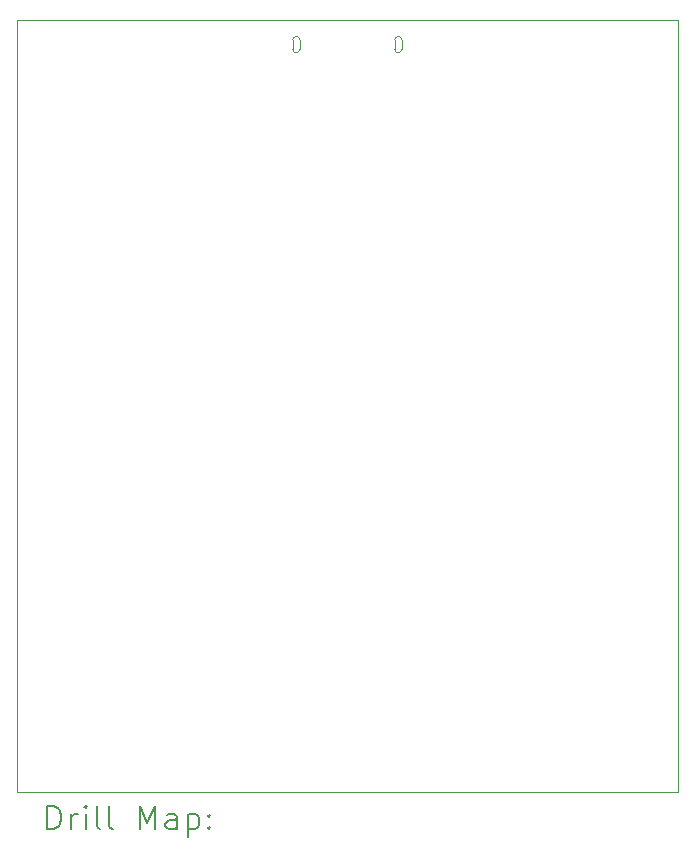
<source format=gbr>
%TF.GenerationSoftware,KiCad,Pcbnew,7.0.11*%
%TF.CreationDate,2024-12-23T17:17:58+01:00*%
%TF.ProjectId,Aviator_Controller,41766961-746f-4725-9f43-6f6e74726f6c,rev?*%
%TF.SameCoordinates,Original*%
%TF.FileFunction,Drillmap*%
%TF.FilePolarity,Positive*%
%FSLAX45Y45*%
G04 Gerber Fmt 4.5, Leading zero omitted, Abs format (unit mm)*
G04 Created by KiCad (PCBNEW 7.0.11) date 2024-12-23 17:17:58*
%MOMM*%
%LPD*%
G01*
G04 APERTURE LIST*
%ADD10C,0.050000*%
%ADD11C,0.010000*%
%ADD12C,0.200000*%
G04 APERTURE END LIST*
D10*
X12301600Y-4693920D02*
X17899000Y-4693920D01*
X17899000Y-11231880D01*
X12301600Y-11231880D01*
X12301600Y-4693920D01*
D11*
X15562000Y-4860000D02*
X15562000Y-4940000D01*
X15502000Y-4940000D02*
X15502000Y-4860000D01*
X14698000Y-4860000D02*
X14698000Y-4940000D01*
X14638000Y-4940000D02*
X14638000Y-4860000D01*
X15532000Y-4970000D02*
G75*
G03*
X15562000Y-4940000I0J30000D01*
G01*
X15502000Y-4940000D02*
G75*
G03*
X15532000Y-4970000I30000J0D01*
G01*
X15562000Y-4860000D02*
G75*
G03*
X15532000Y-4830000I-30000J0D01*
G01*
X15532000Y-4830000D02*
G75*
G03*
X15502000Y-4860000I0J-30000D01*
G01*
X14668000Y-4970000D02*
G75*
G03*
X14698000Y-4940000I0J30000D01*
G01*
X14638000Y-4940000D02*
G75*
G03*
X14668000Y-4970000I30000J0D01*
G01*
X14698000Y-4860000D02*
G75*
G03*
X14668000Y-4830000I-30000J0D01*
G01*
X14668000Y-4830000D02*
G75*
G03*
X14638000Y-4860000I0J-30000D01*
G01*
D12*
X12559877Y-11545864D02*
X12559877Y-11345864D01*
X12559877Y-11345864D02*
X12607496Y-11345864D01*
X12607496Y-11345864D02*
X12636067Y-11355388D01*
X12636067Y-11355388D02*
X12655115Y-11374435D01*
X12655115Y-11374435D02*
X12664639Y-11393483D01*
X12664639Y-11393483D02*
X12674162Y-11431578D01*
X12674162Y-11431578D02*
X12674162Y-11460149D01*
X12674162Y-11460149D02*
X12664639Y-11498245D01*
X12664639Y-11498245D02*
X12655115Y-11517292D01*
X12655115Y-11517292D02*
X12636067Y-11536340D01*
X12636067Y-11536340D02*
X12607496Y-11545864D01*
X12607496Y-11545864D02*
X12559877Y-11545864D01*
X12759877Y-11545864D02*
X12759877Y-11412530D01*
X12759877Y-11450626D02*
X12769401Y-11431578D01*
X12769401Y-11431578D02*
X12778924Y-11422054D01*
X12778924Y-11422054D02*
X12797972Y-11412530D01*
X12797972Y-11412530D02*
X12817020Y-11412530D01*
X12883686Y-11545864D02*
X12883686Y-11412530D01*
X12883686Y-11345864D02*
X12874162Y-11355388D01*
X12874162Y-11355388D02*
X12883686Y-11364911D01*
X12883686Y-11364911D02*
X12893210Y-11355388D01*
X12893210Y-11355388D02*
X12883686Y-11345864D01*
X12883686Y-11345864D02*
X12883686Y-11364911D01*
X13007496Y-11545864D02*
X12988448Y-11536340D01*
X12988448Y-11536340D02*
X12978924Y-11517292D01*
X12978924Y-11517292D02*
X12978924Y-11345864D01*
X13112258Y-11545864D02*
X13093210Y-11536340D01*
X13093210Y-11536340D02*
X13083686Y-11517292D01*
X13083686Y-11517292D02*
X13083686Y-11345864D01*
X13340829Y-11545864D02*
X13340829Y-11345864D01*
X13340829Y-11345864D02*
X13407496Y-11488721D01*
X13407496Y-11488721D02*
X13474162Y-11345864D01*
X13474162Y-11345864D02*
X13474162Y-11545864D01*
X13655115Y-11545864D02*
X13655115Y-11441102D01*
X13655115Y-11441102D02*
X13645591Y-11422054D01*
X13645591Y-11422054D02*
X13626543Y-11412530D01*
X13626543Y-11412530D02*
X13588448Y-11412530D01*
X13588448Y-11412530D02*
X13569401Y-11422054D01*
X13655115Y-11536340D02*
X13636067Y-11545864D01*
X13636067Y-11545864D02*
X13588448Y-11545864D01*
X13588448Y-11545864D02*
X13569401Y-11536340D01*
X13569401Y-11536340D02*
X13559877Y-11517292D01*
X13559877Y-11517292D02*
X13559877Y-11498245D01*
X13559877Y-11498245D02*
X13569401Y-11479197D01*
X13569401Y-11479197D02*
X13588448Y-11469673D01*
X13588448Y-11469673D02*
X13636067Y-11469673D01*
X13636067Y-11469673D02*
X13655115Y-11460149D01*
X13750353Y-11412530D02*
X13750353Y-11612530D01*
X13750353Y-11422054D02*
X13769401Y-11412530D01*
X13769401Y-11412530D02*
X13807496Y-11412530D01*
X13807496Y-11412530D02*
X13826543Y-11422054D01*
X13826543Y-11422054D02*
X13836067Y-11431578D01*
X13836067Y-11431578D02*
X13845591Y-11450626D01*
X13845591Y-11450626D02*
X13845591Y-11507768D01*
X13845591Y-11507768D02*
X13836067Y-11526816D01*
X13836067Y-11526816D02*
X13826543Y-11536340D01*
X13826543Y-11536340D02*
X13807496Y-11545864D01*
X13807496Y-11545864D02*
X13769401Y-11545864D01*
X13769401Y-11545864D02*
X13750353Y-11536340D01*
X13931305Y-11526816D02*
X13940829Y-11536340D01*
X13940829Y-11536340D02*
X13931305Y-11545864D01*
X13931305Y-11545864D02*
X13921782Y-11536340D01*
X13921782Y-11536340D02*
X13931305Y-11526816D01*
X13931305Y-11526816D02*
X13931305Y-11545864D01*
X13931305Y-11422054D02*
X13940829Y-11431578D01*
X13940829Y-11431578D02*
X13931305Y-11441102D01*
X13931305Y-11441102D02*
X13921782Y-11431578D01*
X13921782Y-11431578D02*
X13931305Y-11422054D01*
X13931305Y-11422054D02*
X13931305Y-11441102D01*
M02*

</source>
